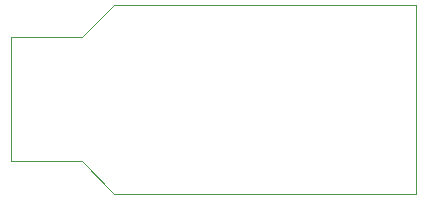
<source format=gm1>
G04 #@! TF.GenerationSoftware,KiCad,Pcbnew,9.0.1*
G04 #@! TF.CreationDate,2025-05-17T15:06:54+00:00*
G04 #@! TF.ProjectId,usb-uart,7573622d-7561-4727-942e-6b696361645f,rev?*
G04 #@! TF.SameCoordinates,Original*
G04 #@! TF.FileFunction,Profile,NP*
%FSLAX46Y46*%
G04 Gerber Fmt 4.6, Leading zero omitted, Abs format (unit mm)*
G04 Created by KiCad (PCBNEW 9.0.1) date 2025-05-17 15:06:54*
%MOMM*%
%LPD*%
G01*
G04 APERTURE LIST*
G04 #@! TA.AperFunction,Profile*
%ADD10C,0.100000*%
G04 #@! TD*
G04 APERTURE END LIST*
D10*
X105000000Y-80050000D02*
X107750000Y-77300000D01*
X105000000Y-90550000D02*
X99000000Y-90550000D01*
X133350000Y-93300000D02*
X133350000Y-77300000D01*
X99000000Y-90550000D02*
X99000000Y-80050000D01*
X107750000Y-93300000D02*
X133350000Y-93300000D01*
X105000000Y-90550000D02*
X107750000Y-93300000D01*
X107750000Y-77300000D02*
X133350000Y-77300000D01*
X105000000Y-80050000D02*
X99000000Y-80050000D01*
M02*

</source>
